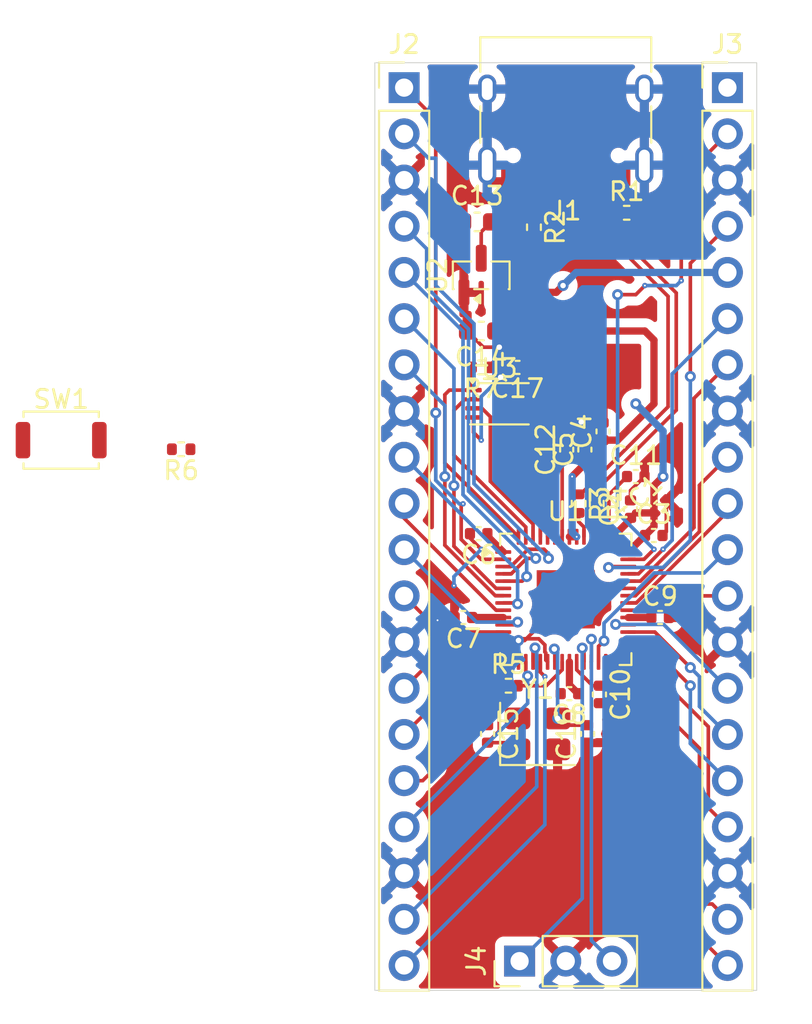
<source format=kicad_pcb>
(kicad_pcb (version 20241229) (generator "pcbnew") (generator_version "9.0")
  (layers (0 "F.Cu" signal) (2 "B.Cu" signal) (13 "F.Paste" user) (15 "B.Paste" user) (5 "F.SilkS" user "F.Silkscreen") (7 "B.SilkS" user "B.Silkscreen") (1 "F.Mask" user) (3 "B.Mask" user) (25 "Edge.Cuts" user))
  (net 0 "")
  (net 1 "+3V3")
  (net 2 "GND")
  (net 3 "+1V1")
  (net 4 "VBUS")
  (net 5 "Net-(C15-Pad2)")
  (net 6 "XIN")
  (net 7 "USB_D-")
  (net 8 "USB_D+")
  (net 9 "Net-(J1-CC2)")
  (net 10 "Net-(J1-CC1)")
  (net 11 "GPIO10")
  (net 12 "GPIO13")
  (net 13 "GPIO14")
  (net 14 "GPIO8")
  (net 15 "GPIO12")
  (net 16 "GPIO15")
  (net 17 "GPIO2")
  (net 18 "GPIO6")
  (net 19 "GPIO5")
  (net 20 "GPIO7")
  (net 21 "GPIO0")
  (net 22 "GPIO3")
  (net 23 "GPIO4")
  (net 24 "GPIO11")
  (net 25 "GPIO1")
  (net 26 "GPIO9")
  (net 27 "GPIO27_ADC1")
  (net 28 "GPIO23")
  (net 29 "GPIO29_ADC3")
  (net 30 "GPIO19")
  (net 31 "GPIO17")
  (net 32 "GPIO24")
  (net 33 "GPIO26_ADC0")
  (net 34 "GPIO18")
  (net 35 "GPIO21")
  (net 36 "RUN")
  (net 37 "GPIO28_ADC2")
  (net 38 "GPIO16")
  (net 39 "GPIO20")
  (net 40 "GPIO22")
  (net 41 "SWCLK")
  (net 42 "SWD")
  (net 43 "Net-(U1-USB_DP)")
  (net 44 "Net-(U1-USB_DM)")
  (net 45 "XOUT")
  (net 46 "QSPI_SS")
  (net 47 "Net-(R6-Pad1)")
  (net 49 "QSPI_SD1")
  (net 50 "QSPI_SD3")
  (net 51 "QSPI_SD2")
  (net 52 "QSPI_SD0")
  (net 53 "QSPI_SCLK")
  (footprint "Capacitor_SMD:C_0402_1005Metric" (layer "F.Cu") (at 165.49 72.74)
    (property "Reference" "C3")
    (property "Value" "0.1uF")
  )
  (footprint "Capacitor_SMD:C_0603_1608Metric" (layer "F.Cu") (at 156 61.5 180)
    (property "Reference" "C14")
    (property "Value" "10uF")
  )
  (footprint "Capacitor_SMD:C_0402_1005Metric" (layer "F.Cu") (at 155.02 77.25 180)
    (property "Reference" "C7")
    (property "Value" "0.1uF")
  )
  (footprint "Capacitor_SMD:C_0402_1005Metric" (layer "F.Cu") (at 161.7 68.02 90)
    (property "Reference" "C5")
    (property "Value" "0.1uF")
  )
  (footprint "Capacitor_SMD:C_0402_1005Metric" (layer "F.Cu") (at 160.7 68.02 90)
    (property "Reference" "C12")
    (property "Value" "0.1uF")
  )
  (footprint "Package_DFN_QFN:QFN-56-1EP_7x7mm_P0.4mm_EP3.2x3.2mm" (layer "F.Cu") (at 160.65 76.25)
    (property "Reference" "U1")
    (property "Value" "RP2040")
  )
  (footprint "Capacitor_SMD:C_0402_1005Metric" (layer "F.Cu") (at 162.5 81.48 -90)
    (property "Reference" "C10")
    (property "Value" "1uF")
  )
  (footprint "Resistor_SMD:R_0402_1005Metric" (layer "F.Cu") (at 162.3525 70.99 -90)
    (property "Reference" "R4")
    (property "Value" "27")
  )
  (footprint "Connector_PinHeader_2.54mm:PinHeader_1x03_P2.54mm_Vertical" (layer "F.Cu") (at 158.11 96.14 90)
    (property "Reference" "J4")
    (property "Value" "Conn_01x03")
  )
  (footprint "Capacitor_SMD:C_0402_1005Metric" (layer "F.Cu") (at 162.7 67.02 90)
    (property "Reference" "C4")
    (property "Value" "0.1uF")
  )
  (footprint "Package_SON:Winbond_USON-8-1EP_3x2mm_P0.5mm_EP0.2x1.6mm" (layer "F.Cu") (at 157 65.5)
    (property "Reference" "U3")
    (property "Value" "W25Q16JVZPIQ TR")
  )
  (footprint "Resistor_SMD:R_0402_1005Metric" (layer "F.Cu") (at 164 55)
    (property "Reference" "R1")
    (property "Value" "5.1K")
  )
  (footprint "Capacitor_SMD:C_0402_1005Metric" (layer "F.Cu") (at 165.839411 71.160589 45)
    (property "Reference" "C1")
    (property "Value" "1uF")
  )
  (footprint "Resistor_SMD:R_0402_1005Metric" (layer "F.Cu") (at 139.5 68 180)
    (property "Reference" "R6")
    (property "Value" "1K")
  )
  (footprint "Capacitor_SMD:C_0402_1005Metric" (layer "F.Cu") (at 158 63.5 180)
    (property "Reference" "C17")
    (property "Value" "0.1uF")
  )
  (footprint "Capacitor_SMD:C_0603_1608Metric" (layer "F.Cu") (at 155.775 55.5)
    (property "Reference" "C13")
    (property "Value" "10uF")
  )
  (footprint "Capacitor_SMD:C_0402_1005Metric" (layer "F.Cu") (at 165.8375 77.25)
    (property "Reference" "C9")
    (property "Value" "0.1uF")
  )
  (footprint "Connector_PinHeader_2.54mm:PinHeader_1x20_P2.54mm_Vertical" (layer "F.Cu") (at 151.76 48.12)
    (property "Reference" "J2")
    (property "Value" "Conn_01x20")
  )
  (footprint "Capacitor_SMD:C_0402_1005Metric" (layer "F.Cu") (at 160.85 81.4375 180)
    (property "Reference" "C8")
    (property "Value" "0.1uF")
  )
  (footprint "Package_TO_SOT_SMD:SOT-23" (layer "F.Cu") (at 156 58.4375 90)
    (property "Reference" "U2")
    (property "Value" "MCP1700x-300xxTT")
  )
  (footprint "Crystal:Crystal_SMD_3225-4Pin_3.2x2.5mm" (layer "F.Cu") (at 159.1 83.65)
    (property "Reference" "Y1")
    (property "Value" "12 MHz")
  )
  (footprint "Button_Switch_SMD:SW_Push_SPST_NO_Alps_SKRK" (layer "F.Cu") (at 132.9 67.5)
    (property "Reference" "SW1")
    (property "Value" "SW_Push")
  )
  (footprint "Resistor_SMD:R_0402_1005Metric" (layer "F.Cu") (at 158.9 55.795 -90)
    (property "Reference" "R2")
    (property "Value" "1.5K")
  )
  (footprint "Capacitor_SMD:C_0402_1005Metric" (layer "F.Cu") (at 155.86 72.64 180)
    (property "Reference" "C6")
    (property "Value" "0.1uF")
  )
  (footprint "Capacitor_SMD:C_0402_1005Metric" (layer "F.Cu") (at 156.35 83.65 -90)
    (property "Reference" "C15")
    (property "Value" "33pF" (hide yes))
  )
  (footprint "Capacitor_SMD:C_0402_1005Metric" (layer "F.Cu") (at 161.85 83.65 90)
    (property "Reference" "C16")
    (property "Value" "33pF")
  )
  (footprint "Connector_PinHeader_2.54mm:PinHeader_1x20_P2.54mm_Vertical" (layer "F.Cu") (at 169.54 48.12)
    (property "Reference" "J3")
    (property "Value" "Conn_01x20")
  )
  (footprint "Capacitor_SMD:C_0402_1005Metric" (layer "F.Cu") (at 164.5 69.5)
    (property "Reference" "C11")
    (property "Value" "0.1uF")
  )
  (footprint "Resistor_SMD:R_0402_1005Metric" (layer "F.Cu") (at 156 63.5 180)
    (property "Reference" "R7")
    (property "Value" "10K")
  )
  (footprint "Resistor_SMD:R_0402_1005Metric" (layer "F.Cu") (at 157.5 81)
    (property "Reference" "R5")
    (property "Value" "1K")
  )
  (footprint "Capacitor_SMD:C_0402_1005Metric" (layer "F.Cu") (at 164.21 71.29 90)
    (property "Reference" "C2")
    (property "Value" "0.1uF")
  )
  (footprint "Resistor_SMD:R_0402_1005Metric" (layer "F.Cu") (at 161.357736 70.99 -90)
    (property "Reference" "R3")
    (property "Value" "27")
  )
  (footprint "Connector_USB:USB_C_Receptacle_HRO_TYPE-C-31-M-12" (layer "F.Cu") (at 160.65 49.25 180)
    (property "Reference" "J1")
    (property "Value" "USB_C_Receptacle_USB2.0_14P")
  )
  (gr_rect (start 150.15 46.75) (end 171.15 97.75) (stroke (width 0.05)) (fill no) (layer "Edge.Cuts"))
  (segment (start 165 66) (end 164.5 65.5) (width 0.4) (layer "F.Cu") (net 1))
  (segment (start 156.775 61.5) (end 165 61.5) (width 0.4) (layer "F.Cu") (net 1))
  (segment (start 164.48 71.5) (end 164.21 71.77) (width 0.2) (layer "F.Cu") (net 1))
  (segment (start 156.34 72.7775) (end 157.2125 73.65) (width 0.4) (layer "F.Cu") (net 1))
  (segment (start 160.851176 72.811324) (end 160.85 72.8125) (width 0.2) (layer "F.Cu") (net 1))
  (segment (start 165.5 71.5) (end 164.48 71.5) (width 0.4) (layer "F.Cu") (net 1))
  (segment (start 161.7 68.5) (end 162.7 67.5) (width 0.4) (layer "F.Cu") (net 1))
  (segment (start 166 69.5) (end 165.5 70) (width 0.4) (layer "F.Cu") (net 1))
  (segment (start 156.34 72.64) (end 156.34 72.7775) (width 0.2) (layer "F.Cu") (net 1))
  (segment (start 163.5 67.5) (end 162.7 67.5) (width 0.4) (layer "F.Cu") (net 1))
  (segment (start 158.425 64.75) (end 158.425 63.555) (width 0.4) (layer "F.Cu") (net 1))
  (segment (start 165.5 72.25) (end 165.01 72.74) (width 0.4) (layer "F.Cu") (net 1))
  (segment (start 165 66) (end 163.5 67.5) (width 0.4) (layer "F.Cu") (net 1))
  (segment (start 163.25 72.8125) (end 162.85 72.8125) (width 0.4) (layer "F.Cu") (net 1))
  (segment (start 156.95 61.325) (end 156.775 61.5) (width 0.4) (layer "F.Cu") (net 1))
  (segment (start 164.9975 72.74) (end 164.0875 73.65) (width 0.4) (layer "F.Cu") (net 1))
  (segment (start 156.51 63.5) (end 157.021 62.989) (width 0.4) (layer "F.Cu") (net 1))
  (segment (start 157.021 62.989) (end 157.969 62.989) (width 0.4) (layer "F.Cu") (net 1))
  (segment (start 164.21 71.77) (end 164.21 71.8525) (width 0.2) (layer "F.Cu") (net 1))
  (segment (start 161.7 68.8) (end 161 69.5) (width 0.4) (layer "F.Cu") (net 1))
  (segment (start 160.125 59.375) (end 160.5 59) (width 0.4) (layer "F.Cu") (net 1))
  (segment (start 165.5 70) (end 165.5 71.5) (width 0.4) (layer "F.Cu") (net 1))
  (segment (start 161.7 68.5) (end 161.7 68.8) (width 0.4) (layer "F.Cu") (net 1))
  (segment (start 165.5 62) (end 165.5 65.5) (width 0.4) (layer "F.Cu") (net 1))
  (segment (start 165.5 71.5) (end 165.5 72.25) (width 0.4) (layer "F.Cu") (net 1))
  (segment (start 161.25 72.8125) (end 160.85 72.8125) (width 0.4) (layer "F.Cu") (net 1))
  (segment (start 164.21 71.8525) (end 163.25 72.8125) (width 0.4) (layer "F.Cu") (net 1))
  (segment (start 158.425 63.555) (end 158.48 63.5) (width 0.2) (layer "F.Cu") (net 1))
  (segment (start 156.95 59.375) (end 160.125 59.375) (width 0.4) (layer "F.Cu") (net 1))
  (segment (start 160.85 80.9575) (end 160.85 79.6875) (width 0.4) (layer "F.Cu") (net 1))
  (segment (start 165 61.5) (end 165.5 62) (width 0.4) (layer "F.Cu") (net 1))
  (segment (start 156.95 59.375) (end 156.95 61.325) (width 0.4) (layer "F.Cu") (net 1))
  (segment (start 165.5 65.5) (end 165 66) (width 0.4) (layer "F.Cu") (net 1))
  (segment (start 157.2125 77.25) (end 155.5 77.25) (width 0.4) (layer "F.Cu") (net 1))
  (segment (start 157.969 62.989) (end 158.48 63.5) (width 0.4) (layer "F.Cu") (net 1))
  (segment (start 161.33 81.4375) (end 160.85 80.9575) (width 0.4) (layer "F.Cu") (net 1))
  (segment (start 165.01 72.74) (end 164.9975 72.74) (width 0.2) (layer "F.Cu") (net 1))
  (segment (start 165.3575 77.25) (end 164.0875 77.25) (width 0.4) (layer "F.Cu") (net 1))
  (via micro (at 161.25 72.8125) (size 0.3) (drill 0.1) (layers "F.Cu" "B.Cu") (net 1))
  (via (at 164.5 65.5) (size 0.6) (drill 0.3) (layers "F.Cu" "B.Cu") (net 1))
  (via (at 160.5 59) (size 0.6) (drill 0.3) (layers "F.Cu" "B.Cu") (net 1))
  (via (at 166 69.5) (size 0.6) (drill 0.3) (layers "F.Cu" "B.Cu") (net 1))
  (via micro (at 161 69.5) (size 0.3) (drill 0.1) (layers "F.Cu" "B.Cu") (net 1))
  (segment (start 164.5 65.5) (end 166 67) (width 0.4) (layer "B.Cu") (net 1))
  (segment (start 161.22 58.28) (end 169.54 58.28) (width 0.4) (layer "B.Cu") (net 1))
  (segment (start 166 67) (end 166 69.5) (width 0.4) (layer "B.Cu") (net 1))
  (segment (start 161 69.5) (end 161 72.5625) (width 0.4) (layer "B.Cu") (net 1))
  (segment (start 161 72.5625) (end 161.25 72.8125) (width 0.4) (layer "B.Cu") (net 1))
  (segment (start 160.5 59) (end 161.22 58.28) (width 0.4) (layer "B.Cu") (net 1))
  (segment (start 159.551 79.5885) (end 159.551 79.194648) (width 0.2) (layer "F.Cu") (net 2))
  (segment (start 155.225 61.5) (end 156.114552 62.389552) (width 0.2) (layer "F.Cu") (net 2))
  (segment (start 159.5 78.756214) (end 159.164174 78.420388) (width 0.2) (layer "F.Cu") (net 2))
  (segment (start 157.0645 63.9555) (end 157.52 63.5) (width 0.2) (layer "F.Cu") (net 2))
  (segment (start 158.141086 78.420388) (end 158.049946 78.511528) (width 0.2) (layer "F.Cu") (net 2))
  (segment (start 159.164174 78.420388) (end 158.141086 78.420388) (width 0.2) (layer "F.Cu") (net 2))
  (segment (start 160.65 76.25) (end 158.388472 78.511528) (width 0.2) (layer "F.Cu") (net 2))
  (segment (start 159.65 79.6875) (end 159.551 79.5885) (width 0.2) (layer "F.Cu") (net 2))
  (segment (start 158.388472 78.511528) (end 158.049946 78.511528) (width 0.2) (layer "F.Cu") (net 2))
  (segment (start 166.178822 72.531178) (end 166.178822 70.821178) (width 0.2) (layer "F.Cu") (net 2))
  (segment (start 154.5 75.5) (end 153.597488 76.402512) (width 0.2) (layer "F.Cu") (net 2))
  (segment (start 155.38 72.64) (end 155.38 72.88) (width 0.2) (layer "F.Cu") (net 2))
  (segment (start 161.7 66.7) (end 161.5 66.5) (width 0.2) (layer "F.Cu") (net 2))
  (segment (start 159.551 79.194648) (end 159.5 79.143648) (width 0.2) (layer "F.Cu") (net 2))
  (segment (start 164.21 70.81) (end 164.21 70.27) (width 0.2) (layer "F.Cu") (net 2))
  (segment (start 159.5 79.143648) (end 159.5 78.756214) (width 0.2) (layer "F.Cu") (net 2))
  (segment (start 165.97 72.74) (end 166.178822 72.531178) (width 0.2) (layer "F.Cu") (net 2))
  (segment (start 157.0645 64.0445) (end 157.0645 63.9555) (width 0.2) (layer "F.Cu") (net 2))
  (segment (start 164.21 70.27) (end 164.98 69.5) (width 0.2) (layer "F.Cu") (net 2))
  (segment (start 155.575 66.25) (end 155.575 67.075) (width 0.2) (layer "F.Cu") (net 2))
  (segment (start 153.597488 76.402512) (end 153.597488 77.402512) (width 0.2) (layer "F.Cu") (net 2))
  (segment (start 155.38 72.88) (end 156 73.5) (width 0.2) (layer "F.Cu") (net 2))
  (segment (start 155.575 67.075) (end 156 67.5) (width 0.2) (layer "F.Cu") (net 2))
  (segment (start 161.7 67.54) (end 161.7 66.7) (width 0.2) (layer "F.Cu") (net 2))
  (segment (start 156.114552 62.389552) (end 156.995257 62.389552) (width 0.2) (layer "F.Cu") (net 2))
  (via (at 156.995257 62.389552) (size 0.6) (drill 0.3) (layers "F.Cu" "B.Cu") (net 2))
  (via (at 158.049946 78.511528) (size 0.6) (drill 0.3) (layers "F.Cu" "B.Cu") (net 2))
  (via micro (at 154.5 75.5) (size 0.3) (drill 0.1) (layers "F.Cu" "B.Cu") (net 2))
  (via (at 161.5 66.5) (size 0.6) (drill 0.3) (layers "F.Cu" "B.Cu") (net 2))
  (via (at 157.0645 64.0445) (size 0.6) (drill 0.3) (layers "F.Cu" "B.Cu") (net 2))
  (via micro (at 156 67.5) (size 0.3) (drill 0.1) (layers "F.Cu" "B.Cu") (net 2))
  (via micro (at 156 73.5) (size 0.3) (drill 0.1) (layers "F.Cu" "B.Cu") (net 2))
  (via micro (at 153.597488 77.402512) (size 0.3) (drill 0.1) (layers "F.Cu" "B.Cu") (net 2))
  (segment (start 156 65.109) (end 156 67.5) (width 0.2) (layer "B.Cu") (net 2))
  (segment (start 153.597488 77.402512) (end 152.957488 77.402512) (width 0.2) (layer "B.Cu") (net 2))
  (segment (start 156.995257 63.064257) (end 156.995257 62.389552) (width 0.2) (layer "B.Cu") (net 2))
  (segment (start 154.5 75) (end 154.5 75.5) (width 0.2) (layer "B.Cu") (net 2))
  (segment (start 157.0645 64.0445) (end 156 65.109) (width 0.2) (layer "B.Cu") (net 2))
  (segment (start 157.0645 64.0445) (end 157.0645 63.1335) (width 0.2) (layer "B.Cu") (net 2))
  (segment (start 156 73.5) (end 154.5 75) (width 0.2) (layer "B.Cu") (net 2))
  (segment (start 157.0645 63.1335) (end 156.995257 63.064257) (width 0.2) (layer "B.Cu") (net 2))
  (segment (start 152.957488 77.402512) (end 151.76 78.6) (width 0.2) (layer "B.Cu") (net 2))
  (segment (start 162.125 81) (end 161.25 80.125) (width 0.2) (layer "F.Cu") (net 3))
  (segment (start 162.5 81) (end 162.125 81) (width 0.2) (layer "F.Cu") (net 3))
  (segment (start 162.45 72.418648) (end 162.45 72.8125) (width 0.2) (layer "F.Cu") (net 3))
  (segment (start 163.02 70.5) (end 163.02 71.848648) (width 0.2) (layer "F.Cu") (net 3))
  (segment (start 160.7 68.5) (end 160.45 68.75) (width 0.2) (layer "F.Cu") (net 3))
  (segment (start 163.02 71.848648) (end 162.45 72.418648) (width 0.2) (layer "F.Cu") (net 3))
  (segment (start 164.02 69.5) (end 163.02 70.5) (width 0.2) (layer "F.Cu") (net 3))
  (segment (start 161.25 80.125) (end 161.25 79.6875) (width 0.2) (layer "F.Cu") (net 3))
  (segment (start 160.45 68.75) (end 160.45 72.8125) (width 0.2) (layer "F.Cu") (net 3))
  (segment (start 156.55 55.5) (end 158.2 53.85) (width 0.2) (layer "F.Cu") (net 4))
  (segment (start 158.2 53.85) (end 158.2 53.295) (width 0.2) (layer "F.Cu") (net 4))
  (segment (start 156 56.05) (end 156.55 55.5) (width 0.2) (layer "F.Cu") (net 4))
  (segment (start 156 57.5) (end 156 56.05) (width 0.2) (layer "F.Cu") (net 4))
  (segment (start 156.99 81) (end 156.99 83.49) (width 0.2) (layer "F.Cu") (net 5))
  (segment (start 156.35 84.13) (end 157.63 84.13) (width 0.2) (layer "F.Cu") (net 5))
  (segment (start 157.63 84.13) (end 158 84.5) (width 0.2) (layer "F.Cu") (net 5))
  (segment (start 156.99 83.49) (end 156.35 84.13) (width 0.2) (layer "F.Cu") (net 5))
  (segment (start 160.2 82.8) (end 160.57 83.17) (width 0.2) (layer "F.Cu") (net 6))
  (segment (start 160.05 79.6875) (end 160.05 79.012223) (width 0.2) (layer "F.Cu") (net 6))
  (segment (start 160.05 79.012223) (end 160.020012 78.982235) (width 0.2) (layer "F.Cu") (net 6))
  (segment (start 160.57 83.17) (end 161.85 83.17) (width 0.2) (layer "F.Cu") (net 6))
  (via (at 160.2 82.8) (size 0.6) (drill 0.3) (layers "F.Cu" "B.Cu") (net 6))
  (via (at 160.020012 78.982235) (size 0.6) (drill 0.3) (layers "F.Cu" "B.Cu") (net 6))
  (segment (start 160.2 79.162223) (end 160.020012 78.982235) (width 0.2) (layer "B.Cu") (net 6))
  (segment (start 160.2 82.8) (end 160.2 79.162223) (width 0.2) (layer "B.Cu") (net 6))
  (segment (start 161.351 52.269) (end 161.351 54.102098) (width 0.2) (layer "F.Cu") (net 7))
  (segment (start 161.4 53.295) (end 161.4 53.87) (width 0.2) (layer "F.Cu") (net 7))
  (segment (start 166.725 59.406802) (end 166.725 65.851397) (width 0.2) (layer "F.Cu") (net 7))
  (segment (start 161.449 53.919) (end 161.449 54.321) (width 0.2) (layer "F.Cu") (net 7))
  (segment (start 161.4 53.87) (end 161.449 53.919) (width 0.2) (layer "F.Cu") (net 7))
  (segment (start 162.490769 54.881929) (end 162.769711 55.160871) (width 0.2) (layer "F.Cu") (net 7))
  (segment (start 160.449 52.269) (end 161.351 52.269) (width 0.2) (layer "F.Cu") (net 7))
  (segment (start 166.725 65.851397) (end 162.5 70.076397) (width 0.2) (layer "F.Cu") (net 7))
  (segment (start 162.5 70.076397) (end 162.5 70.48) (width 0.2) (layer "F.Cu") (net 7))
  (segment (start 160.4 52.318) (end 160.449 52.269) (width 0.2) (layer "F.Cu") (net 7))
  (segment (start 165.333258 58.01506) (end 166.725 59.406802) (width 0.2) (layer "F.Cu") (net 7))
  (segment (start 161.639198 54.321) (end 162.200127 54.881929) (width 0.2) (layer "F.Cu") (net 7))
  (segment (start 162.769712 55.451515) (end 163.048655 55.730457) (width 0.2) (layer "F.Cu") (net 7))
  (segment (start 160.4 53.295) (end 160.4 52.318) (width 0.2) (layer "F.Cu") (net 7))
  (segment (start 161.4 52.318) (end 161.4 53.295) (width 0.2) (layer "F.Cu") (net 7))
  (segment (start 161.351 52.269) (end 161.4 52.318) (width 0.2) (layer "F.Cu") (net 7))
  (segment (start 161.449 54.321) (end 161.639198 54.321) (width 0.2) (layer "F.Cu") (net 7))
  (segment (start 163.048655 55.730457) (end 165.333258 58.01506) (width 0.2) (layer "F.Cu") (net 7))
  (arc (start 162.769711 55.160871) (mid 162.799808 55.233532) (end 162.769711 55.306193) (width 0.2) (layer "F.Cu") (net 7))
  (arc (start 162.200127 54.881929) (mid 162.272789 54.912026) (end 162.345449 54.88193) (width 0.2) (layer "F.Cu") (net 7))
  (arc (start 162.345449 54.88193) (mid 162.418108 54.851832) (end 162.490769 54.881929) (width 0.2) (layer "F.Cu") (net 7))
  (arc (start 162.769711 55.306193) (mid 162.739615 55.378854) (end 162.769712 55.451515) (width 0.2) (layer "F.Cu") (net 7))
  (segment (start 161.262612 54.77098) (end 161.452782 54.77098) (width 0.2) (layer "F.Cu") (net 8))
  (segment (start 166.275 59.593198) (end 166.275 65.665) (width 0.2) (layer "F.Cu") (net 8))
  (segment (start 159.9 53.295) (end 159.9 54.272) (width 0.2) (layer "F.Cu") (net 8))
  (segment (start 166.275 65.665) (end 161.46 70.48) (width 0.2) (layer "F.Cu") (net 8))
  (segment (start 160.9 53.87) (end 160.925 53.895) (width 0.2) (layer "F.Cu") (net 8))
  (segment (start 159.949 54.321) (end 160.799 54.321) (width 0.2) (layer "F.Cu") (net 8))
  (segment (start 160.9 53.295) (end 160.9 53.87) (width 0.2) (layer "F.Cu") (net 8))
  (segment (start 160.925 53.895) (end 160.925 54.433368) (width 0.2) (layer "F.Cu") (net 8))
  (segment (start 159.9 54.272) (end 159.949 54.321) (width 0.2) (layer "F.Cu") (net 8))
  (segment (start 160.9 54.22) (end 160.9 53.295) (width 0.2) (layer "F.Cu") (net 8))
  (segment (start 161.452782 54.77098) (end 166.275 59.593198) (width 0.2) (layer "F.Cu") (net 8))
  (segment (start 160.799 54.321) (end 160.9 54.22) (width 0.2) (layer "F.Cu") (net 8))
  (segment (start 160.925 54.433368) (end 161.262612 54.77098) (width 0.2) (layer "F.Cu") (net 8))
  (segment (start 158.9 55.285) (end 158.9 53.295) (width 0.2) (layer "F.Cu") (net 9))
  (segment (start 163.49 55) (end 162.711 54.221) (width 0.2) (layer "F.Cu") (net 10))
  (segment (start 162.711 54.221) (end 162.049 54.221) (width 0.2) (layer "F.Cu") (net 10))
  (segment (start 162.049 54.221) (end 161.9 54.072) (width 0.2) (layer "F.Cu") (net 10))
  (segment (start 161.9 54.072) (end 161.9 53.295) (width 0.2) (layer "F.Cu") (net 10))
  (segment (start 157.2125 78.45) (end 154.45 78.45) (width 0.2) (layer "F.Cu") (net 11))
  (segment (start 154.45 78.45) (end 151.76 81.14) (width 0.2) (layer "F.Cu") (net 11))
  (segment (start 158.45 79.6875) (end 158.45 80.36268) (width 0.2) (layer "F.Cu") (net 12))
  (segment (start 158.45 80.36268) (end 158.552878 80.465558) (width 0.2) (layer "F.Cu") (net 12))
  (via (at 158.552878 80.465558) (size 0.6) (drill 0.3) (layers "F.Cu" "B.Cu") (net 12))
  (segment (start 158.552878 80.465558) (end 158.552878 81.967122) (width 0.2) (layer "B.Cu") (net 12))
  (segment (start 158.552878 81.967122) (end 151.76 88.76) (width 0.2) (layer "B.Cu") (net 12))
  (segment (start 158.85 79.6875) (end 158.85 79.028041) (width 0.2) (layer "F.Cu") (net 13))
  (segment (start 158.85 79.028041) (end 158.956653 78.921388) (width 0.2) (layer "F.Cu") (net 13))
  (via (at 158.956653 78.921388) (size 0.6) (drill 0.3) (layers "F.Cu" "B.Cu") (net 13))
  (segment (start 159.053878 79.018613) (end 159.053878 86.546122) (width 0.2) (layer "B.Cu") (net 13))
  (segment (start 159.053878 86.546122) (end 151.76 93.84) (width 0.2) (layer "B.Cu") (net 13))
  (segment (start 158.956653 78.921388) (end 159.053878 79.018613) (width 0.2) (layer "B.Cu") (net 13))
  (segment (start 157.854874 77.65) (end 158.003225 77.501649) (width 0.2) (layer "F.Cu") (net 14))
  (segment (start 157.2125 77.65) (end 157.854874 77.65) (width 0.2) (layer "F.Cu") (net 14))
  (via (at 158.003225 77.501649) (size 0.6) (drill 0.3) (layers "F.Cu" "B.Cu") (net 14))
  (segment (start 158.003225 77.501649) (end 155.741649 77.501649) (width 0.2) (layer "B.Cu") (net 14))
  (segment (start 155.741649 77.501649) (end 151.76 73.52) (width 0.2) (layer "B.Cu") (net 14))
  (segment (start 153.5 83.5) (end 153.5 85.5) (width 0.2) (layer "F.Cu") (net 15))
  (segment (start 157.3125 79.6875) (end 153.5 83.5) (width 0.2) (layer "F.Cu") (net 15))
  (segment (start 153.5 85.5) (end 152.78 86.22) (width 0.2) (layer "F.Cu") (net 15))
  (segment (start 152.78 86.22) (end 151.76 86.22) (width 0.2) (layer "F.Cu") (net 15))
  (segment (start 158.05 79.6875) (end 157.3125 79.6875) (width 0.2) (layer "F.Cu") (net 15))
  (segment (start 159.25 80.25) (end 159.5 80.5) (width 0.2) (layer "F.Cu") (net 16))
  (segment (start 159.25 79.6875) (end 159.25 80.25) (width 0.2) (layer "F.Cu") (net 16))
  (via micro (at 159.5 80.5) (size 0.3) (drill 0.1) (layers "F.Cu" "B.Cu") (net 16))
  (segment (start 159.5 88.64) (end 151.76 96.38) (width 0.2) (layer "B.Cu") (net 16))
  (segment (start 159.5 80.5) (end 159.5 88.64) (width 0.2) (layer "B.Cu") (net 16))
  (segment (start 157.2125 74.85) (end 157.65 74.85) (width 0.2) (layer "F.Cu") (net 17))
  (segment (start 157.65 74.85) (end 158.5 74) (width 0.2) (layer "F.Cu") (net 17))
  (segment (start 158.5 74) (end 159 74) (width 0.2) (layer "F.Cu") (net 17))
  (via (at 159 74) (size 0.6) (drill 0.3) (layers "F.Cu" "B.Cu") (net 17))
  (segment (start 153 56.98) (end 151.76 55.74) (width 0.2) (layer "B.Cu") (net 17))
  (segment (start 155.301 70.301) (end 155.301 61.395322) (width 0.2) (layer "B.Cu") (net 17))
  (segment (start 153 59.094322) (end 153 56.98) (width 0.2) (layer "B.Cu") (net 17))
  (segment (start 159 74) (end 155.301 70.301) (width 0.2) (layer "B.Cu") (net 17))
  (segment (start 155.301 61.395322) (end 153 59.094322) (width 0.2) (layer "B.Cu") (net 17))
  (segment (start 157.2125 76.45) (end 157.95 76.45) (width 0.2) (layer "F.Cu") (net 18))
  (segment (start 157.95 76.45) (end 158 76.5) (width 0.2) (layer "F.Cu") (net 18))
  (via (at 158 76.5) (size 0.6) (drill 0.3) (layers "F.Cu" "B.Cu") (net 18))
  (segment (start 158 74.68) (end 151.76 68.44) (width 0.2) (layer "B.Cu") (net 18))
  (segment (start 158 76.5) (end 158 74.68) (width 0.2) (layer "B.Cu") (net 18))
  (segment (start 156.775 76.05) (end 154 73.275) (width 0.2) (layer "F.Cu") (net 19))
  (segment (start 154 73.275) (end 154 69.5) (width 0.2) (layer "F.Cu") (net 19))
  (segment (start 157.2125 76.05) (end 156.775 76.05) (width 0.2) (layer "F.Cu") (net 19))
  (via (at 154 69.5) (size 0.6) (drill 0.3) (layers "F.Cu" "B.Cu") (net 19))
  (segment (start 154 65.6) (end 151.76 63.36) (width 0.2) (layer "B.Cu") (net 19))
  (segment (start 154 69.5) (end 154 65.6) (width 0.2) (layer "B.Cu") (net 19))
  (segment (start 156.818648 76.85) (end 151.76 71.791352) (width 0.2) (layer "F.Cu") (net 20))
  (segment (start 151.76 71.791352) (end 151.76 70.98) (width 0.2) (layer "F.Cu") (net 20))
  (segment (start 157.2125 76.85) (end 156.818648 76.85) (width 0.2) (layer "F.Cu") (net 20))
  (segment (start 157.2125 74.05) (end 155.993872 74.05) (width 0.2) (layer "F.Cu") (net 21))
  (segment (start 155.993872 74.05) (end 154.899 72.955128) (width 0.2) (layer "F.Cu") (net 21))
  (segment (start 154.899 71.101) (end 155 71) (width 0.2) (layer "F.Cu") (net 21))
  (segment (start 154.899 72.955128) (end 154.899 71.101) (width 0.2) (layer "F.Cu") (net 21))
  (segment (start 153.5 66) (end 153.5 49.86) (width 0.2) (layer "F.Cu") (net 21))
  (segment (start 153.5 49.86) (end 151.76 48.12) (width 0.2) (layer "F.Cu") (net 21))
  (via (at 153.5 66) (size 0.6) (drill 0.3) (layers "F.Cu" "B.Cu") (net 21))
  (via micro (at 155 71) (size 0.3) (drill 0.1) (layers "F.Cu" "B.Cu") (net 21))
  (segment (start 155 71) (end 154.791479 71) (width 0.2) (layer "B.Cu") (net 21))
  (segment (start 153.5 69.708521) (end 153.5 66) (width 0.2) (layer "B.Cu") (net 21))
  (segment (start 154.791479 71) (end 153.5 69.708521) (width 0.2) (layer "B.Cu") (net 21))
  (segment (start 157.2125 75.25) (end 158.25 75.25) (width 0.2) (layer "F.Cu") (net 22))
  (segment (start 158.25 75.25) (end 158.5 75) (width 0.2) (layer "F.Cu") (net 22))
  (via (at 158.5 75) (size 0.6) (drill 0.3) (layers "F.Cu" "B.Cu") (net 22))
  (segment (start 158.5 74) (end 155 70.5) (width 0.2) (layer "B.Cu") (net 22))
  (segment (start 158.5 75) (end 158.5 74) (width 0.2) (layer "B.Cu") (net 22))
  (segment (start 155 61.52) (end 151.76 58.28) (width 0.2) (layer "B.Cu") (net 22))
  (segment (start 155 70.5) (end 155 61.52) (width 0.2) (layer "B.Cu") (net 22))
  (segment (start 154.5 73.331352) (end 154.5 70) (width 0.2) (layer "F.Cu") (net 23))
  (segment (start 157.2125 75.65) (end 156.818648 75.65) (width 0.2) (layer "F.Cu") (net 23))
  (segment (start 156.818648 75.65) (end 154.5 73.331352) (width 0.2) (layer "F.Cu") (net 23))
  (via (at 154.5 70) (size 0.6) (drill 0.3) (layers "F.Cu" "B.Cu") (net 23))
  (segment (start 154.5 63.56) (end 151.76 60.82) (width 0.2) (layer "B.Cu") (net 23))
  (segment (start 154.5 70) (end 154.5 63.56) (width 0.2) (layer "B.Cu") (net 23))
  (segment (start 156.59 78.85) (end 151.76 83.68) (width 0.2) (layer "F.Cu") (net 24))
  (segment (start 157.2125 78.85) (end 156.59 78.85) (width 0.2) (layer "F.Cu") (net 24))
  (segment (start 158.575322 73.499) (end 159.455218 73.499) (width 0.2) (layer "F.Cu") (net 25))
  (segment (start 159.700003 73.743785) (end 159.700003 74) (width 0.2) (layer "F.Cu") (net 25))
  (segment (start 159.455218 73.499) (end 159.700003 73.743785) (width 0.2) (layer "F.Cu") (net 25))
  (segment (start 157.624322 74.45) (end 158.575322 73.499) (width 0.2) (layer "F.Cu") (net 25))
  (segment (start 157.2125 74.45) (end 157.624322 74.45) (width 0.2) (layer "F.Cu") (net 25))
  (via (at 159.700003 74) (size 0.6) (drill 0.3) (layers "F.Cu" "B.Cu") (net 25))
  (segment (start 155.602 69.893479) (end 155.602 61.102) (width 0.2) (layer "B.Cu") (net 25))
  (segment (start 153.1 52) (end 151.76 50.66) (width 0.2) (layer "B.Cu") (net 25))
  (segment (start 153.5 52) (end 153.1 52) (width 0.2) (layer "B.Cu") (net 25))
  (segment (start 155.602 61.102) (end 153.5 59) (width 0.2) (layer "B.Cu") (net 25))
  (segment (start 159.700003 74) (end 159.700003 73.991482) (width 0.2) (layer "B.Cu") (net 25))
  (segment (start 159.700003 73.991482) (end 155.602 69.893479) (width 0.2) (layer "B.Cu") (net 25))
  (segment (start 153.5 59) (end 153.5 52) (width 0.2) (layer "B.Cu") (net 25))
  (segment (start 159.700003 74) (end 159.700003 73.700003) (width 0.2) (layer "B.Cu") (net 25))
  (segment (start 157.2125 78.05) (end 153.75 78.05) (width 0.2) (layer "F.Cu") (net 26))
  (segment (start 153.75 78.05) (end 151.76 76.06) (width 0.2) (layer "F.Cu") (net 26))
  (segment (start 164.0875 74.85) (end 164.65 74.85) (width 0.2) (layer "F.Cu") (net 27))
  (segment (start 164.65 74.85) (end 166 73.5) (width 0.2) (layer "F.Cu") (net 27))
  (via micro (at 166 73.5) (size 0.3) (drill 0.1) (layers "F.Cu" "B.Cu") (net 27))
  (segment (start 166.501 63.859) (end 169.54 60.82) (width 0.2) (layer "B.Cu") (net 27))
  (segment (start 166 73.5) (end 166.501 72.999) (width 0.2) (layer "B.Cu") (net 27))
  (segment (start 166.501 72.999) (end 166.501 63.859) (width 0.2) (layer "B.Cu") (net 27))
  (segment (start 164.0875 76.45) (end 164.525 76.45) (width 0.2) (layer "F.Cu") (net 28))
  (segment (start 169.54 71.435) (end 169.54 70.98) (width 0.2) (layer "F.Cu") (net 28))
  (segment (start 164.525 76.45) (end 169.54 71.435) (width 0.2) (layer "F.Cu") (net 28))
  (segment (start 164.0875 74.05) (end 164.95 74.05) (width 0.2) (layer "F.Cu") (net 29))
  (segment (start 167 53.2) (end 169.54 50.66) (width 0.2) (layer "F.Cu") (net 29))
  (segment (start 164.5 59.5) (end 165 59) (width 0.2) (layer "F.Cu") (net 29))
  (segment (start 164.95 74.05) (end 165.5 73.5) (width 0.2) (layer "F.Cu") (net 29))
  (segment (start 167 58.73) (end 167 53.2) (width 0.2) (layer "F.Cu") (net 29))
  (segment (start 163.5 59.5) (end 164.5 59.5) (width 0.2) (layer "F.Cu") (net 29))
  (via micro (at 165 59) (size 0.3) (drill 0.1) (layers "F.Cu" "B.Cu") (net 29))
  (via micro (at 165.5 73.5) (size 0.3) (drill 0.1) (layers "F.Cu" "B.Cu") (net 29))
  (via (at 163.5 59.5) (size 0.6) (drill 0.3) (layers "F.Cu" "B.Cu") (net 29))
  (via micro (at 167 58.73) (size 0.3) (drill 0.1) (layers "F.Cu" "B.Cu") (net 29))
  (segment (start 166.73 59) (end 167 58.73) (width 0.2) (layer "B.Cu") (net 29))
  (segment (start 163.5 71.5) (end 163.5 59.5) (width 0.2) (layer "B.Cu") (net 29))
  (segment (start 165 59) (end 166.73 59) (width 0.2) (layer "B.Cu") (net 29))
  (segment (start 165.5 73.5) (end 163.5 71.5) (width 0.2) (layer "B.Cu") (net 29))
  (segment (start 164.0875 78.45) (end 164.95 78.45) (width 0.2) (layer "F.Cu") (net 30))
  (segment (start 164.95 78.45) (end 167.5 81) (width 0.2) (layer "F.Cu") (net 30))
  (via (at 167.5 81) (size 0.6) (drill 0.3) (layers "F.Cu" "B.Cu") (net 30))
  (segment (start 167.5 84.18) (end 169.54 86.22) (width 0.2) (layer "B.Cu") (net 30))
  (segment (start 167.5 81) (end 167.5 84.18) (width 0.2) (layer "B.Cu") (net 30))
  (segment (start 168.7 93) (end 169.54 93.84) (width 0.2) (layer "F.Cu") (net 31))
  (segment (start 163.25 79.6875) (end 168 84.4375) (width 0.2) (layer "F.Cu") (net 31))
  (segment (start 168 93) (end 168.7 93) (width 0.2) (layer "F.Cu") (net 31))
  (segment (start 168 84.4375) (end 168 93) (width 0.2) (layer "F.Cu") (net 31))
  (segment (start 164.0875 76.05) (end 164.481352 76.05) (width 0.2) (layer "F.Cu") (net 32))
  (segment (start 168 72.531352) (end 168 69.98) (width 0.2) (layer "F.Cu") (net 32))
  (segment (start 164.481352 76.05) (end 168 72.531352) (width 0.2) (layer "F.Cu") (net 32))
  (segment (start 168 69.98) (end 169.54 68.44) (width 0.2) (layer "F.Cu") (net 32))
  (segment (start 167.699 65.201) (end 169.54 63.36) (width 0.2) (layer "F.Cu") (net 33))
  (segment (start 164.75 75.25) (end 167.699 72.301) (width 0.2) (layer "F.Cu") (net 33))
  (segment (start 164.0875 75.25) (end 164.75 75.25) (width 0.2) (layer "F.Cu") (net 33))
  (segment (start 167.699 72.301) (end 167.699 65.201) (width 0.2) (layer "F.Cu") (net 33))
  (segment (start 164.0875 78.85) (end 168.489 83.2515) (width 0.2) (layer "F.Cu") (net 34))
  (segment (start 168.489 87.709) (end 169.54 88.76) (width 0.2) (layer "F.Cu") (net 34))
  (segment (start 168.489 83.2515) (end 168.489 87.709) (width 0.2) (layer "F.Cu") (net 34))
  (segment (start 163.412635 77.65) (end 163.392176 77.629541) (width 0.2) (layer "F.Cu") (net 35))
  (segment (start 164.0875 77.65) (end 163.412635 77.65) (width 0.2) (layer "F.Cu") (net 35))
  (via (at 163.392176 77.629541) (size 0.6) (drill 0.3) (layers "F.Cu" "B.Cu") (net 35))
  (segment (start 166.029541 77.629541) (end 169.54 81.14) (width 0.2) (layer "B.Cu") (net 35))
  (segment (start 163.392176 77.629541) (end 166.029541 77.629541) (width 0.2) (layer "B.Cu") (net 35))
  (segment (start 162.45 78.835944) (end 162.753152 78.532792) (width 0.2) (layer "F.Cu") (net 36))
  (segment (start 162.45 79.6875) (end 162.45 78.835944) (width 0.2) (layer "F.Cu") (net 36))
  (via (at 162.753152 78.532792) (size 0.6) (drill 0.3) (layers "F.Cu" "B.Cu") (net 36))
  (segment (start 162.753152 77.560044) (end 165.512196 74.801) (width 0.2) (layer "B.Cu") (net 36))
  (segment (start 165.512196 74.801) (end 168.259 74.801) (width 0.2) (layer "B.Cu") (net 36))
  (segment (start 162.753152 78.532792) (end 162.753152 77.560044) (width 0.2) (layer "B.Cu") (net 36))
  (segment (start 168.259 74.801) (end 169.54 73.52) (width 0.2) (layer "B.Cu") (net 36))
  (segment (start 164.0875 74.45) (end 163.05 74.45) (width 0.2) (layer "F.Cu") (net 37))
  (segment (start 167.5 64) (end 167.5 57.78) (width 0.2) (layer "F.Cu") (net 37))
  (segment (start 163.05 74.45) (end 163 74.5) (width 0.2) (layer "F.Cu") (net 37))
  (segment (start 167.5 57.78) (end 169.54 55.74) (width 0.2) (layer "F.Cu") (net 37))
  (via (at 167.5 64) (size 0.6) (drill 0.3) (layers "F.Cu" "B.Cu") (net 37))
  (via (at 163 74.5) (size 0.6) (drill 0.3) (layers "F.Cu" "B.Cu") (net 37))
  (segment (start 167.5 73) (end 167.5 64) (width 0.2) (layer "B.Cu") (net 37))
  (segment (start 166 74.5) (end 167.5 73) (width 0.2) (layer "B.Cu") (net 37))
  (segment (start 163 74.5) (end 166 74.5) (width 0.2) (layer "B.Cu") (net 37))
  (segment (start 167.66 94.5) (end 169.54 96.38) (width 0.2) (layer "F.Cu") (net 38))
  (segment (start 167.5 94.5) (end 167.66 94.5) (width 0.2) (layer "F.Cu") (net 38))
  (segment (start 162.85 79.6875) (end 162.85 80.553872) (width 0.2) (layer "F.Cu") (net 38))
  (segment (start 167.5 85.203872) (end 167.5 94.5) (width 0.2) (layer "F.Cu") (net 38))
  (segment (start 162.85 80.553872) (end 167.5 85.203872) (width 0.2) (layer "F.Cu") (net 38))
  (segment (start 165.55 78.05) (end 167.5 80) (width 0.2) (layer "F.Cu") (net 39))
  (segment (start 164.0875 78.05) (end 165.55 78.05) (width 0.2) (layer "F.Cu") (net 39))
  (via (at 167.5 80) (size 0.6) (drill 0.3) (layers "F.Cu" "B.Cu") (net 39))
  (segment (start 168 82.14) (end 169.54 83.68) (width 0.2) (layer "B.Cu") (net 39))
  (segment (start 167.5 80) (end 168 80.5) (width 0.2) (layer "B.Cu") (net 39))
  (segment (start 168 80.5) (end 168 82.14) (width 0.2) (layer "B.Cu") (net 39))
  (segment (start 165.751372 76.06) (end 169.54 76.06) (width 0.2) (layer "F.Cu") (net 40))
  (segment (start 164.0875 76.85) (end 164.961372 76.85) (width 0.2) (layer "F.Cu") (net 40))
  (segment (start 164.961372 76.85) (end 165.751372 76.06) (width 0.2) (layer "F.Cu") (net 40))
  (segment (start 161.65 79.02375) (end 161.556281 78.930031) (width 0.2) (layer "F.Cu") (net 41))
  (segment (start 161.65 79.6875) (end 161.65 79.02375) (width 0.2) (layer "F.Cu") (net 41))
  (via (at 161.556281 78.930031) (size 0.6) (drill 0.3) (layers "F.Cu" "B.Cu") (net 41))
  (segment (start 161.556281 92.693719) (end 158.11 96.14) (width 0.2) (layer "B.Cu") (net 41))
  (segment (start 161.556281 78.930031) (end 161.556281 92.693719) (width 0.2) (layer "B.Cu") (net 41))
  (segment (start 162.05895 79.67855) (end 162.05895 78.442869) (width 0.2) (layer "F.Cu") (net 42))
  (segment (start 162.05 79.6875) (end 162.05895 79.67855) (width 0.2) (layer "F.Cu") (net 42))
  (via (at 162.05895 78.442869) (size 0.6) (drill 0.3) (layers "F.Cu" "B.Cu") (net 42))
  (segment (start 162.05895 78.442869) (end 162.05895 95.00895) (width 0.2) (layer "B.Cu") (net 42))
  (segment (start 162.05895 95.00895) (end 163.19 96.14) (width 0.2) (layer "B.Cu") (net 42))
  (segment (start 161.357736 71.984962) (end 161.651 72.278226) (width 0.2) (layer "F.Cu") (net 43))
  (segment (start 161.65 72.279226) (end 161.65 72.8125) (width 0.2) (layer "F.Cu") (net 43))
  (segment (start 161.651 72.278226) (end 161.65 72.279226) (width 0.2) (layer "F.Cu") (net 43))
  (segment (start 161.357736 71.5) (end 161.357736 71.984962) (width 0.2) (layer "F.Cu") (net 43))
  (segment (start 162.05 72.277226) (end 162.05 72.8125) (width 0.2) (layer "F.Cu") (net 44))
  (segment (start 162.3525 71.5) (end 162.3525 71.974726) (width 0.2) (layer "F.Cu") (net 44))
  (segment (start 162.3525 71.974726) (end 162.05 72.277226) (width 0.2) (layer "F.Cu") (net 44))
  (segment (start 159.575 81) (end 160.45 80.125) (width 0.2) (layer "F.Cu") (net 45))
  (segment (start 158.01 81) (end 159.575 81) (width 0.2) (layer "F.Cu") (net 45))
  (segment (start 160.45 80.125) (end 160.45 79.6875) (width 0.2) (layer "F.Cu") (net 45))
  (segment (start 154 65) (end 154 68.7625) (width 0.2) (layer "F.Cu") (net 46))
  (segment (start 155.49 63.5) (end 155.49 64.665) (width 0.2) (layer "F.Cu") (net 46))
  (segment (start 154 68.7625) (end 158.05 72.8125) (width 0.2) (layer "F.Cu") (net 46))
  (segment (start 155.575 64.75) (end 154.25 64.75) (width 0.2) (layer "F.Cu") (net 46))
  (segment (start 155.49 64.665) (end 155.575 64.75) (width 0.2) (layer "F.Cu") (net 46))
  (segment (start 154.25 64.75) (end 154 65) (width 0.2) (layer "F.Cu") (net 46))
  (segment (start 158.45 72.277226) (end 158.45 72.8125) (width 0.2) (layer "F.Cu") (net 49))
  (segment (start 155.575 65.25) (end 155.109202 65.25) (width 0.2) (layer "F.Cu") (net 49))
  (segment (start 155.109202 65.25) (end 154.5 65.859202) (width 0.2) (layer "F.Cu") (net 49))
  (segment (start 154.5 65.859202) (end 154.5 68.327226) (width 0.2) (layer "F.Cu") (net 49))
  (segment (start 154.5 68.327226) (end 158.45 72.277226) (width 0.2) (layer "F.Cu") (net 49))
  (segment (start 158.957898 65.25) (end 160.054 66.346102) (width 0.2) (layer "F.Cu") (net 50))
  (segment (start 160.05 72.277226) (end 160.05 72.8125) (width 0.2) (layer "F.Cu") (net 50))
  (segment (start 160.054 66.346102) (end 160.054 72.273226) (width 0.2) (layer "F.Cu") (net 50))
  (segment (start 158.425 65.25) (end 158.957898 65.25) (width 0.2) (layer "F.Cu") (net 50))
  (segment (start 160.054 72.273226) (end 160.05 72.277226) (width 0.2) (layer "F.Cu") (net 50))
  (segment (start 155.575 65.75) (end 156.040798 65.75) (width 0.2) (layer "F.Cu") (net 51))
  (segment (start 156.5 66.209202) (end 156.5 69.760126) (width 0.2) (layer "F.Cu") (net 51))
  (segment (start 158.85 72.277226) (end 158.85 72.8125) (width 0.2) (layer "F.Cu") (net 51))
  (segment (start 156.5 69.760126) (end 158.851 72.111126) (width 0.2) (layer "F.Cu") (net 51))
  (segment (start 158.851 72.111126) (end 158.851 72.276226) (width 0.2) (layer "F.Cu") (net 51))
  (segment (start 156.040798 65.75) (end 156.5 66.209202) (width 0.2) (layer "F.Cu") (net 51))
  (segment (start 158.851 72.276226) (end 158.85 72.277226) (width 0.2) (layer "F.Cu") (net 51))
  (segment (start 159.25 72.277226) (end 159.25 72.8125) (width 0.2) (layer "F.Cu") (net 52))
  (segment (start 159.252 67.077) (end 159.252 72.275226) (width 0.2) (layer "F.Cu") (net 52))
  (segment (start 159.252 72.275226) (end 159.25 72.277226) (width 0.2) (layer "F.Cu") (net 52))
  (segment (start 158.425 66.25) (end 159.252 67.077) (width 0.2) (layer "F.Cu") (net 52))
  (segment (start 158.890798 65.75) (end 159.653 66.512202) (width 0.2) (layer "F.Cu") (net 53))
  (segment (start 159.65 72.277226) (end 159.65 72.8125) (width 0.2) (layer "F.Cu") (net 53))
  (segment (start 159.653 66.512202) (end 159.653 72.274226) (width 0.2) (layer "F.Cu") (net 53))
  (segment (start 159.653 72.274226) (end 159.65 72.277226) (width 0.2) (layer "F.Cu") (net 53))
  (segment (start 158.425 65.75) (end 158.890798 65.75) (width 0.2) (layer "F.Cu") (net 53))
  (zone (net 2) (net_name "GND") (layers "F.Cu" "B.Cu") (connect_pads (clearance 0.5)) (min_thickness 0.25) (fill yes (thermal_gap 0.5) (thermal_bridge_width 0.5))
    (polygon (pts (xy 171 46.5) (xy 171 98) (xy 150.5 98) (xy 150.5 46.5)))
  )
)
</source>
